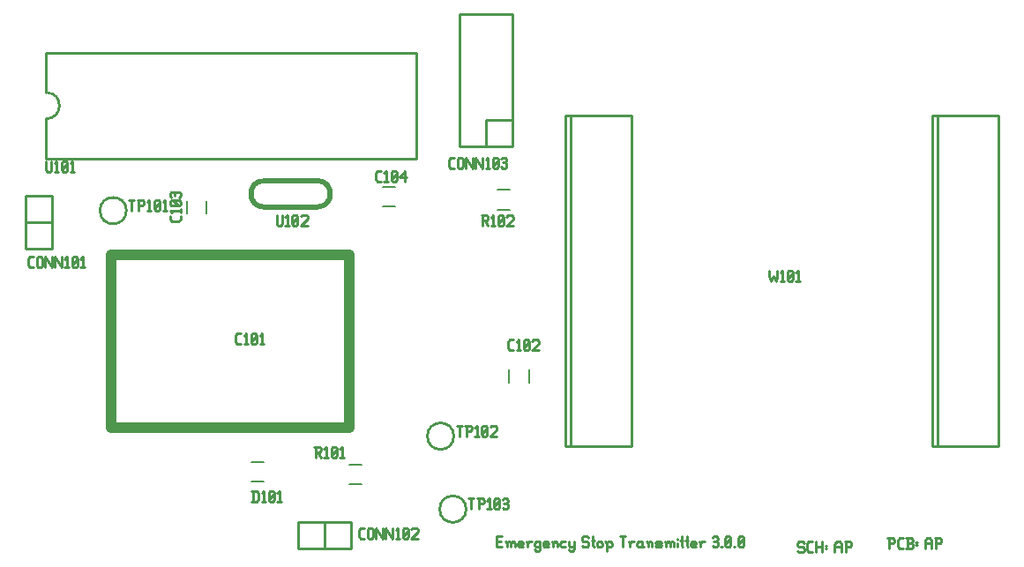
<source format=gbr>
G04 start of page 7 for group -4079 idx -4079 *
G04 Title: (unknown), topsilk *
G04 Creator: pcb 20110918 *
G04 CreationDate: Tue 14 Apr 2015 10:20:40 PM GMT UTC *
G04 For: andrew *
G04 Format: Gerber/RS-274X *
G04 PCB-Dimensions: 374016 236220 *
G04 PCB-Coordinate-Origin: lower left *
%MOIN*%
%FSLAX25Y25*%
%LNTOPSILK*%
%ADD55C,0.0400*%
%ADD54C,0.0200*%
%ADD53C,0.0080*%
%ADD52C,0.0100*%
G54D52*X328438Y9134D02*Y5134D01*
X327938Y9134D02*X329938D01*
X330438Y8634D01*
Y7634D01*
X329938Y7134D02*X330438Y7634D01*
X328438Y7134D02*X329938D01*
X332338Y5134D02*X333638D01*
X331638Y5834D02*X332338Y5134D01*
X331638Y8434D02*Y5834D01*
Y8434D02*X332338Y9134D01*
X333638D01*
X334838Y5134D02*X336838D01*
X337338Y5634D01*
Y6834D02*Y5634D01*
X336838Y7334D02*X337338Y6834D01*
X335338Y7334D02*X336838D01*
X335338Y9134D02*Y5134D01*
X334838Y9134D02*X336838D01*
X337338Y8634D01*
Y7834D01*
X336838Y7334D02*X337338Y7834D01*
X338538Y7634D02*X339038D01*
X338538Y6634D02*X339038D01*
X342038Y8134D02*Y5134D01*
Y8134D02*X342738Y9134D01*
X343838D01*
X344538Y8134D01*
Y5134D01*
X342038Y7134D02*X344538D01*
X346238Y9134D02*Y5134D01*
X345738Y9134D02*X347738D01*
X348238Y8634D01*
Y7634D01*
X347738Y7134D02*X348238Y7634D01*
X346238Y7134D02*X347738D01*
X295844Y7886D02*X296344Y7386D01*
X294344Y7886D02*X295844D01*
X293844Y7386D02*X294344Y7886D01*
X293844Y7386D02*Y6386D01*
X294344Y5886D01*
X295844D01*
X296344Y5386D01*
Y4386D01*
X295844Y3886D02*X296344Y4386D01*
X294344Y3886D02*X295844D01*
X293844Y4386D02*X294344Y3886D01*
X298244D02*X299544D01*
X297544Y4586D02*X298244Y3886D01*
X297544Y7186D02*Y4586D01*
Y7186D02*X298244Y7886D01*
X299544D01*
X300744D02*Y3886D01*
X303244Y7886D02*Y3886D01*
X300744Y5886D02*X303244D01*
X304444Y6386D02*X304944D01*
X304444Y5386D02*X304944D01*
X307944Y6886D02*Y3886D01*
Y6886D02*X308644Y7886D01*
X309744D01*
X310444Y6886D01*
Y3886D01*
X307944Y5886D02*X310444D01*
X312144Y7886D02*Y3886D01*
X311644Y7886D02*X313644D01*
X314144Y7386D01*
Y6386D01*
X313644Y5886D02*X314144Y6386D01*
X312144Y5886D02*X313644D01*
X180258Y8000D02*X181758D01*
X180258Y5800D02*X182258D01*
X180258Y9800D02*Y5800D01*
Y9800D02*X182258D01*
X183958Y7300D02*Y5800D01*
Y7300D02*X184458Y7800D01*
X184958D01*
X185458Y7300D01*
Y5800D01*
Y7300D02*X185958Y7800D01*
X186458D01*
X186958Y7300D01*
Y5800D01*
X183458Y7800D02*X183958Y7300D01*
X188658Y5800D02*X190158D01*
X188158Y6300D02*X188658Y5800D01*
X188158Y7300D02*Y6300D01*
Y7300D02*X188658Y7800D01*
X189658D01*
X190158Y7300D01*
X188158Y6800D02*X190158D01*
Y7300D02*Y6800D01*
X191858Y7300D02*Y5800D01*
Y7300D02*X192358Y7800D01*
X193358D01*
X191358D02*X191858Y7300D01*
X196058Y7800D02*X196558Y7300D01*
X195058Y7800D02*X196058D01*
X194558Y7300D02*X195058Y7800D01*
X194558Y7300D02*Y6300D01*
X195058Y5800D01*
X196058D01*
X196558Y6300D01*
X194558Y4800D02*X195058Y4300D01*
X196058D01*
X196558Y4800D01*
Y7800D02*Y4800D01*
X198258Y5800D02*X199758D01*
X197758Y6300D02*X198258Y5800D01*
X197758Y7300D02*Y6300D01*
Y7300D02*X198258Y7800D01*
X199258D01*
X199758Y7300D01*
X197758Y6800D02*X199758D01*
Y7300D02*Y6800D01*
X201458Y7300D02*Y5800D01*
Y7300D02*X201958Y7800D01*
X202458D01*
X202958Y7300D01*
Y5800D01*
X200958Y7800D02*X201458Y7300D01*
X204658Y7800D02*X206158D01*
X204158Y7300D02*X204658Y7800D01*
X204158Y7300D02*Y6300D01*
X204658Y5800D01*
X206158D01*
X207358Y7800D02*Y6300D01*
X207858Y5800D01*
X209358Y7800D02*Y4800D01*
X208858Y4300D02*X209358Y4800D01*
X207858Y4300D02*X208858D01*
X207358Y4800D02*X207858Y4300D01*
Y5800D02*X208858D01*
X209358Y6300D01*
X214358Y9800D02*X214858Y9300D01*
X212858Y9800D02*X214358D01*
X212358Y9300D02*X212858Y9800D01*
X212358Y9300D02*Y8300D01*
X212858Y7800D01*
X214358D01*
X214858Y7300D01*
Y6300D01*
X214358Y5800D02*X214858Y6300D01*
X212858Y5800D02*X214358D01*
X212358Y6300D02*X212858Y5800D01*
X216558Y9800D02*Y6300D01*
X217058Y5800D01*
X216058Y8300D02*X217058D01*
X218058Y7300D02*Y6300D01*
Y7300D02*X218558Y7800D01*
X219558D01*
X220058Y7300D01*
Y6300D01*
X219558Y5800D02*X220058Y6300D01*
X218558Y5800D02*X219558D01*
X218058Y6300D02*X218558Y5800D01*
X221758Y7300D02*Y4300D01*
X221258Y7800D02*X221758Y7300D01*
X222258Y7800D01*
X223258D01*
X223758Y7300D01*
Y6300D01*
X223258Y5800D02*X223758Y6300D01*
X222258Y5800D02*X223258D01*
X221758Y6300D02*X222258Y5800D01*
X226758Y9800D02*X228758D01*
X227758D02*Y5800D01*
X230458Y7300D02*Y5800D01*
Y7300D02*X230958Y7800D01*
X231958D01*
X229958D02*X230458Y7300D01*
X234658Y7800D02*X235158Y7300D01*
X233658Y7800D02*X234658D01*
X233158Y7300D02*X233658Y7800D01*
X233158Y7300D02*Y6300D01*
X233658Y5800D01*
X235158Y7800D02*Y6300D01*
X235658Y5800D01*
X233658D02*X234658D01*
X235158Y6300D01*
X237358Y7300D02*Y5800D01*
Y7300D02*X237858Y7800D01*
X238358D01*
X238858Y7300D01*
Y5800D01*
X236858Y7800D02*X237358Y7300D01*
X240558Y5800D02*X242058D01*
X242558Y6300D01*
X242058Y6800D02*X242558Y6300D01*
X240558Y6800D02*X242058D01*
X240058Y7300D02*X240558Y6800D01*
X240058Y7300D02*X240558Y7800D01*
X242058D01*
X242558Y7300D01*
X240058Y6300D02*X240558Y5800D01*
X244258Y7300D02*Y5800D01*
Y7300D02*X244758Y7800D01*
X245258D01*
X245758Y7300D01*
Y5800D01*
Y7300D02*X246258Y7800D01*
X246758D01*
X247258Y7300D01*
Y5800D01*
X243758Y7800D02*X244258Y7300D01*
X248458Y8800D02*Y8700D01*
Y7300D02*Y5800D01*
X249958Y9800D02*Y6300D01*
X250458Y5800D01*
X249458Y8300D02*X250458D01*
X251958Y9800D02*Y6300D01*
X252458Y5800D01*
X251458Y8300D02*X252458D01*
X253958Y5800D02*X255458D01*
X253458Y6300D02*X253958Y5800D01*
X253458Y7300D02*Y6300D01*
Y7300D02*X253958Y7800D01*
X254958D01*
X255458Y7300D01*
X253458Y6800D02*X255458D01*
Y7300D02*Y6800D01*
X257158Y7300D02*Y5800D01*
Y7300D02*X257658Y7800D01*
X258658D01*
X256658D02*X257158Y7300D01*
X261658Y9300D02*X262158Y9800D01*
X263158D01*
X263658Y9300D01*
X263158Y5800D02*X263658Y6300D01*
X262158Y5800D02*X263158D01*
X261658Y6300D02*X262158Y5800D01*
Y8000D02*X263158D01*
X263658Y9300D02*Y8500D01*
Y7500D02*Y6300D01*
Y7500D02*X263158Y8000D01*
X263658Y8500D02*X263158Y8000D01*
X264858Y5800D02*X265358D01*
X266558Y6300D02*X267058Y5800D01*
X266558Y9300D02*Y6300D01*
Y9300D02*X267058Y9800D01*
X268058D01*
X268558Y9300D01*
Y6300D01*
X268058Y5800D02*X268558Y6300D01*
X267058Y5800D02*X268058D01*
X266558Y6800D02*X268558Y8800D01*
X269758Y5800D02*X270258D01*
X271458Y6300D02*X271958Y5800D01*
X271458Y9300D02*Y6300D01*
Y9300D02*X271958Y9800D01*
X272958D01*
X273458Y9300D01*
Y6300D01*
X272958Y5800D02*X273458Y6300D01*
X271958Y5800D02*X272958D01*
X271458Y6800D02*X273458Y8800D01*
G54D53*X180394Y140826D02*X185118D01*
X180394Y133346D02*X185118D01*
G54D52*X9902Y152711D02*X149902D01*
Y192711D02*Y152711D01*
X9902Y192711D02*X149902D01*
X9902Y167711D02*Y152711D01*
Y192711D02*Y177711D01*
Y167711D02*G75*G03X9902Y177711I0J5000D01*G01*
G54D53*X137008Y142007D02*X141732D01*
X137008Y134527D02*X141732D01*
G54D54*X92280Y144335D02*X112280D01*
X92280Y134335D02*X112280D01*
G75*G03X112280Y144335I0J5000D01*G01*
X92280D02*G75*G03X92280Y134335I0J-5000D01*G01*
G54D52*X369770Y168990D02*Y43990D01*
X344770D02*X369770D01*
X346770Y168990D02*Y43990D01*
X344770Y168990D02*X369770D01*
X344770D02*Y43990D01*
X231270Y168990D02*Y43990D01*
X206270D02*X231270D01*
X208270Y168990D02*Y43990D01*
X206270Y168990D02*X231270D01*
X206270D02*Y43990D01*
X2168Y138460D02*X12168D01*
X2168D02*Y118460D01*
X12168D01*
Y138460D02*Y118460D01*
X2168Y138460D02*Y128460D01*
X12168D01*
G54D55*X34460Y50854D02*X124460D01*
Y116208D01*
X34460D01*
Y50854D01*
G54D52*X105180Y15213D02*Y5213D01*
X125180D01*
Y15213D02*Y5213D01*
X105180Y15213D02*X125180D01*
X105180Y5213D02*X115180D01*
Y15213D02*Y5213D01*
G54D53*X87520Y30551D02*X92244D01*
X87520Y38031D02*X92244D01*
X124370Y29606D02*X129094D01*
X124370Y37086D02*X129094D01*
G54D52*X30217Y132987D02*G75*G03X30217Y132987I5000J0D01*G01*
G54D53*X192323Y72834D02*Y68110D01*
X184843Y72834D02*Y68110D01*
G54D52*X158605Y20160D02*G75*G03X158605Y20160I5000J0D01*G01*
X153964Y47733D02*G75*G03X153964Y47733I5000J0D01*G01*
X186063Y207126D02*Y157126D01*
X166063Y207126D02*X186063D01*
X166063D02*Y157126D01*
X186063D01*
X176063Y167126D02*X186063D01*
X176063D02*Y157126D01*
G54D53*X70551Y136534D02*Y131810D01*
X63071Y136534D02*Y131810D01*
G54D52*X3849Y111488D02*X5149D01*
X3149Y112188D02*X3849Y111488D01*
X3149Y114788D02*Y112188D01*
Y114788D02*X3849Y115488D01*
X5149D01*
X6349Y114988D02*Y111988D01*
Y114988D02*X6849Y115488D01*
X7849D01*
X8349Y114988D01*
Y111988D01*
X7849Y111488D02*X8349Y111988D01*
X6849Y111488D02*X7849D01*
X6349Y111988D02*X6849Y111488D01*
X9549Y115488D02*Y111488D01*
Y115488D02*X12049Y111488D01*
Y115488D02*Y111488D01*
X13249Y115488D02*Y111488D01*
Y115488D02*X15749Y111488D01*
Y115488D02*Y111488D01*
X16949Y114688D02*X17749Y115488D01*
Y111488D01*
X16949D02*X18449D01*
X19649Y111988D02*X20149Y111488D01*
X19649Y114988D02*Y111988D01*
Y114988D02*X20149Y115488D01*
X21149D01*
X21649Y114988D01*
Y111988D01*
X21149Y111488D02*X21649Y111988D01*
X20149Y111488D02*X21149D01*
X19649Y112488D02*X21649Y114488D01*
X22849Y114688D02*X23649Y115488D01*
Y111488D01*
X22849D02*X24349D01*
X9902Y151711D02*Y148211D01*
X10402Y147711D01*
X11402D01*
X11902Y148211D01*
Y151711D02*Y148211D01*
X13102Y150911D02*X13902Y151711D01*
Y147711D01*
X13102D02*X14602D01*
X15802Y148211D02*X16302Y147711D01*
X15802Y151211D02*Y148211D01*
Y151211D02*X16302Y151711D01*
X17302D01*
X17802Y151211D01*
Y148211D01*
X17302Y147711D02*X17802Y148211D01*
X16302Y147711D02*X17302D01*
X15802Y148711D02*X17802Y150711D01*
X19002Y150911D02*X19802Y151711D01*
Y147711D01*
X19002D02*X20502D01*
X60630Y130934D02*Y129634D01*
X59930Y128934D02*X60630Y129634D01*
X57330Y128934D02*X59930D01*
X57330D02*X56630Y129634D01*
Y130934D02*Y129634D01*
X57430Y132134D02*X56630Y132934D01*
X60630D01*
Y133634D02*Y132134D01*
X60130Y134834D02*X60630Y135334D01*
X57130Y134834D02*X60130D01*
X57130D02*X56630Y135334D01*
Y136334D02*Y135334D01*
Y136334D02*X57130Y136834D01*
X60130D01*
X60630Y136334D02*X60130Y136834D01*
X60630Y136334D02*Y135334D01*
X59630Y134834D02*X57630Y136834D01*
X57130Y138034D02*X56630Y138534D01*
Y139534D02*Y138534D01*
Y139534D02*X57130Y140034D01*
X60630Y139534D02*X60130Y140034D01*
X60630Y139534D02*Y138534D01*
X60130Y138034D02*X60630Y138534D01*
X58430Y139534D02*Y138534D01*
X57130Y140034D02*X57930D01*
X58930D02*X60130D01*
X58930D02*X58430Y139534D01*
X57930Y140034D02*X58430Y139534D01*
X41217Y136987D02*X43217D01*
X42217D02*Y132987D01*
X44917Y136987D02*Y132987D01*
X44417Y136987D02*X46417D01*
X46917Y136487D01*
Y135487D01*
X46417Y134987D02*X46917Y135487D01*
X44917Y134987D02*X46417D01*
X48117Y136187D02*X48917Y136987D01*
Y132987D01*
X48117D02*X49617D01*
X50817Y133487D02*X51317Y132987D01*
X50817Y136487D02*Y133487D01*
Y136487D02*X51317Y136987D01*
X52317D01*
X52817Y136487D01*
Y133487D01*
X52317Y132987D02*X52817Y133487D01*
X51317Y132987D02*X52317D01*
X50817Y133987D02*X52817Y135987D01*
X54017Y136187D02*X54817Y136987D01*
Y132987D01*
X54017D02*X55517D01*
X283140Y110420D02*Y108420D01*
X283640Y106420D01*
X284640Y108420D01*
X285640Y106420D01*
X286140Y108420D01*
Y110420D02*Y108420D01*
X287340Y109620D02*X288140Y110420D01*
Y106420D01*
X287340D02*X288840D01*
X290040Y106920D02*X290540Y106420D01*
X290040Y109920D02*Y106920D01*
Y109920D02*X290540Y110420D01*
X291540D01*
X292040Y109920D01*
Y106920D01*
X291540Y106420D02*X292040Y106920D01*
X290540Y106420D02*X291540D01*
X290040Y107420D02*X292040Y109420D01*
X293240Y109620D02*X294040Y110420D01*
Y106420D01*
X293240D02*X294740D01*
X174341Y131163D02*X176341D01*
X176841Y130663D01*
Y129663D01*
X176341Y129163D02*X176841Y129663D01*
X174841Y129163D02*X176341D01*
X174841Y131163D02*Y127163D01*
X175641Y129163D02*X176841Y127163D01*
X178041Y130363D02*X178841Y131163D01*
Y127163D01*
X178041D02*X179541D01*
X180741Y127663D02*X181241Y127163D01*
X180741Y130663D02*Y127663D01*
Y130663D02*X181241Y131163D01*
X182241D01*
X182741Y130663D01*
Y127663D01*
X182241Y127163D02*X182741Y127663D01*
X181241Y127163D02*X182241D01*
X180741Y128163D02*X182741Y130163D01*
X183941Y130663D02*X184441Y131163D01*
X185941D01*
X186441Y130663D01*
Y129663D01*
X183941Y127163D02*X186441Y129663D01*
X183941Y127163D02*X186441D01*
X185148Y80131D02*X186448D01*
X184448Y80831D02*X185148Y80131D01*
X184448Y83431D02*Y80831D01*
Y83431D02*X185148Y84131D01*
X186448D01*
X187648Y83331D02*X188448Y84131D01*
Y80131D01*
X187648D02*X189148D01*
X190348Y80631D02*X190848Y80131D01*
X190348Y83631D02*Y80631D01*
Y83631D02*X190848Y84131D01*
X191848D01*
X192348Y83631D01*
Y80631D01*
X191848Y80131D02*X192348Y80631D01*
X190848Y80131D02*X191848D01*
X190348Y81131D02*X192348Y83131D01*
X193548Y83631D02*X194048Y84131D01*
X195548D01*
X196048Y83631D01*
Y82631D01*
X193548Y80131D02*X196048Y82631D01*
X193548Y80131D02*X196048D01*
X169605Y24160D02*X171605D01*
X170605D02*Y20160D01*
X173305Y24160D02*Y20160D01*
X172805Y24160D02*X174805D01*
X175305Y23660D01*
Y22660D01*
X174805Y22160D02*X175305Y22660D01*
X173305Y22160D02*X174805D01*
X176505Y23360D02*X177305Y24160D01*
Y20160D01*
X176505D02*X178005D01*
X179205Y20660D02*X179705Y20160D01*
X179205Y23660D02*Y20660D01*
Y23660D02*X179705Y24160D01*
X180705D01*
X181205Y23660D01*
Y20660D01*
X180705Y20160D02*X181205Y20660D01*
X179705Y20160D02*X180705D01*
X179205Y21160D02*X181205Y23160D01*
X182405Y23660D02*X182905Y24160D01*
X183905D01*
X184405Y23660D01*
X183905Y20160D02*X184405Y20660D01*
X182905Y20160D02*X183905D01*
X182405Y20660D02*X182905Y20160D01*
Y22360D02*X183905D01*
X184405Y23660D02*Y22860D01*
Y21860D02*Y20660D01*
Y21860D02*X183905Y22360D01*
X184405Y22860D02*X183905Y22360D01*
X164964Y51733D02*X166964D01*
X165964D02*Y47733D01*
X168664Y51733D02*Y47733D01*
X168164Y51733D02*X170164D01*
X170664Y51233D01*
Y50233D01*
X170164Y49733D02*X170664Y50233D01*
X168664Y49733D02*X170164D01*
X171864Y50933D02*X172664Y51733D01*
Y47733D01*
X171864D02*X173364D01*
X174564Y48233D02*X175064Y47733D01*
X174564Y51233D02*Y48233D01*
Y51233D02*X175064Y51733D01*
X176064D01*
X176564Y51233D01*
Y48233D01*
X176064Y47733D02*X176564Y48233D01*
X175064Y47733D02*X176064D01*
X174564Y48733D02*X176564Y50733D01*
X177764Y51233D02*X178264Y51733D01*
X179764D01*
X180264Y51233D01*
Y50233D01*
X177764Y47733D02*X180264Y50233D01*
X177764Y47733D02*X180264D01*
X162865Y149032D02*X164165D01*
X162165Y149732D02*X162865Y149032D01*
X162165Y152332D02*Y149732D01*
Y152332D02*X162865Y153032D01*
X164165D01*
X165365Y152532D02*Y149532D01*
Y152532D02*X165865Y153032D01*
X166865D01*
X167365Y152532D01*
Y149532D01*
X166865Y149032D02*X167365Y149532D01*
X165865Y149032D02*X166865D01*
X165365Y149532D02*X165865Y149032D01*
X168565Y153032D02*Y149032D01*
Y153032D02*X171065Y149032D01*
Y153032D02*Y149032D01*
X172265Y153032D02*Y149032D01*
Y153032D02*X174765Y149032D01*
Y153032D02*Y149032D01*
X175965Y152232D02*X176765Y153032D01*
Y149032D01*
X175965D02*X177465D01*
X178665Y149532D02*X179165Y149032D01*
X178665Y152532D02*Y149532D01*
Y152532D02*X179165Y153032D01*
X180165D01*
X180665Y152532D01*
Y149532D01*
X180165Y149032D02*X180665Y149532D01*
X179165Y149032D02*X180165D01*
X178665Y150032D02*X180665Y152032D01*
X181865Y152532D02*X182365Y153032D01*
X183365D01*
X183865Y152532D01*
X183365Y149032D02*X183865Y149532D01*
X182365Y149032D02*X183365D01*
X181865Y149532D02*X182365Y149032D01*
Y151232D02*X183365D01*
X183865Y152532D02*Y151732D01*
Y150732D02*Y149532D01*
Y150732D02*X183365Y151232D01*
X183865Y151732D02*X183365Y151232D01*
X82247Y82547D02*X83547D01*
X81547Y83247D02*X82247Y82547D01*
X81547Y85847D02*Y83247D01*
Y85847D02*X82247Y86547D01*
X83547D01*
X84747Y85747D02*X85547Y86547D01*
Y82547D01*
X84747D02*X86247D01*
X87447Y83047D02*X87947Y82547D01*
X87447Y86047D02*Y83047D01*
Y86047D02*X87947Y86547D01*
X88947D01*
X89447Y86047D01*
Y83047D01*
X88947Y82547D02*X89447Y83047D01*
X87947Y82547D02*X88947D01*
X87447Y83547D02*X89447Y85547D01*
X90647Y85747D02*X91447Y86547D01*
Y82547D01*
X90647D02*X92147D01*
X128861Y9106D02*X130161D01*
X128161Y9806D02*X128861Y9106D01*
X128161Y12406D02*Y9806D01*
Y12406D02*X128861Y13106D01*
X130161D01*
X131361Y12606D02*Y9606D01*
Y12606D02*X131861Y13106D01*
X132861D01*
X133361Y12606D01*
Y9606D01*
X132861Y9106D02*X133361Y9606D01*
X131861Y9106D02*X132861D01*
X131361Y9606D02*X131861Y9106D01*
X134561Y13106D02*Y9106D01*
Y13106D02*X137061Y9106D01*
Y13106D02*Y9106D01*
X138261Y13106D02*Y9106D01*
Y13106D02*X140761Y9106D01*
Y13106D02*Y9106D01*
X141961Y12306D02*X142761Y13106D01*
Y9106D01*
X141961D02*X143461D01*
X144661Y9606D02*X145161Y9106D01*
X144661Y12606D02*Y9606D01*
Y12606D02*X145161Y13106D01*
X146161D01*
X146661Y12606D01*
Y9606D01*
X146161Y9106D02*X146661Y9606D01*
X145161Y9106D02*X146161D01*
X144661Y10106D02*X146661Y12106D01*
X147861Y12606D02*X148361Y13106D01*
X149861D01*
X150361Y12606D01*
Y11606D01*
X147861Y9106D02*X150361Y11606D01*
X147861Y9106D02*X150361D01*
X88095Y27086D02*Y23086D01*
X89395Y27086D02*X90095Y26386D01*
Y23786D01*
X89395Y23086D02*X90095Y23786D01*
X87595Y23086D02*X89395D01*
X87595Y27086D02*X89395D01*
X91295Y26286D02*X92095Y27086D01*
Y23086D01*
X91295D02*X92795D01*
X93995Y23586D02*X94495Y23086D01*
X93995Y26586D02*Y23586D01*
Y26586D02*X94495Y27086D01*
X95495D01*
X95995Y26586D01*
Y23586D01*
X95495Y23086D02*X95995Y23586D01*
X94495Y23086D02*X95495D01*
X93995Y24086D02*X95995Y26086D01*
X97195Y26286D02*X97995Y27086D01*
Y23086D01*
X97195D02*X98695D01*
X111247Y43622D02*X113247D01*
X113747Y43122D01*
Y42122D01*
X113247Y41622D02*X113747Y42122D01*
X111747Y41622D02*X113247D01*
X111747Y43622D02*Y39622D01*
X112547Y41622D02*X113747Y39622D01*
X114947Y42822D02*X115747Y43622D01*
Y39622D01*
X114947D02*X116447D01*
X117647Y40122D02*X118147Y39622D01*
X117647Y43122D02*Y40122D01*
Y43122D02*X118147Y43622D01*
X119147D01*
X119647Y43122D01*
Y40122D01*
X119147Y39622D02*X119647Y40122D01*
X118147Y39622D02*X119147D01*
X117647Y40622D02*X119647Y42622D01*
X120847Y42822D02*X121647Y43622D01*
Y39622D01*
X120847D02*X122347D01*
X135109Y144094D02*X136409D01*
X134409Y144794D02*X135109Y144094D01*
X134409Y147394D02*Y144794D01*
Y147394D02*X135109Y148094D01*
X136409D01*
X137609Y147294D02*X138409Y148094D01*
Y144094D01*
X137609D02*X139109D01*
X140309Y144594D02*X140809Y144094D01*
X140309Y147594D02*Y144594D01*
Y147594D02*X140809Y148094D01*
X141809D01*
X142309Y147594D01*
Y144594D01*
X141809Y144094D02*X142309Y144594D01*
X140809Y144094D02*X141809D01*
X140309Y145094D02*X142309Y147094D01*
X143509Y145594D02*X145509Y148094D01*
X143509Y145594D02*X146009D01*
X145509Y148094D02*Y144094D01*
X97044Y131304D02*Y127804D01*
X97544Y127304D01*
X98544D01*
X99044Y127804D01*
Y131304D02*Y127804D01*
X100244Y130504D02*X101044Y131304D01*
Y127304D01*
X100244D02*X101744D01*
X102944Y127804D02*X103444Y127304D01*
X102944Y130804D02*Y127804D01*
Y130804D02*X103444Y131304D01*
X104444D01*
X104944Y130804D01*
Y127804D01*
X104444Y127304D02*X104944Y127804D01*
X103444Y127304D02*X104444D01*
X102944Y128304D02*X104944Y130304D01*
X106144Y130804D02*X106644Y131304D01*
X108144D01*
X108644Y130804D01*
Y129804D01*
X106144Y127304D02*X108644Y129804D01*
X106144Y127304D02*X108644D01*
M02*

</source>
